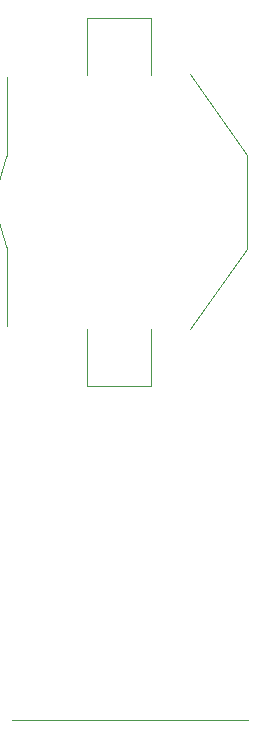
<source format=gbr>
G04 #@! TF.GenerationSoftware,KiCad,Pcbnew,7.0.9*
G04 #@! TF.CreationDate,2024-02-10T14:11:46+01:00*
G04 #@! TF.ProjectId,parasite,70617261-7369-4746-952e-6b696361645f,2.0.0*
G04 #@! TF.SameCoordinates,Original*
G04 #@! TF.FileFunction,Legend,Bot*
G04 #@! TF.FilePolarity,Positive*
%FSLAX46Y46*%
G04 Gerber Fmt 4.6, Leading zero omitted, Abs format (unit mm)*
G04 Created by KiCad (PCBNEW 7.0.9) date 2024-02-10 14:11:46*
%MOMM*%
%LPD*%
G01*
G04 APERTURE LIST*
%ADD10C,0.120000*%
G04 APERTURE END LIST*
D10*
X58000000Y-99000000D02*
X78000000Y-99000000D01*
X69850000Y-39605000D02*
X69850000Y-44405000D01*
X64350000Y-39605000D02*
X69850000Y-39605000D01*
X73150000Y-44355000D02*
X77950000Y-51205000D01*
X64350000Y-44405000D02*
X64350000Y-39605000D01*
X57600000Y-44605000D02*
X57600000Y-51305000D01*
X77950000Y-51205000D02*
X77950000Y-59105000D01*
X77950000Y-59105000D02*
X73150000Y-65905000D01*
X57600000Y-65705000D02*
X57600000Y-59005000D01*
X69850000Y-65905000D02*
X69850000Y-70705000D01*
X69850000Y-70705000D02*
X64350000Y-70705000D01*
X64350000Y-70705000D02*
X64350000Y-65905000D01*
X57598537Y-51308615D02*
G75*
G03*
X57600001Y-59005000I9501463J-3846385D01*
G01*
M02*

</source>
